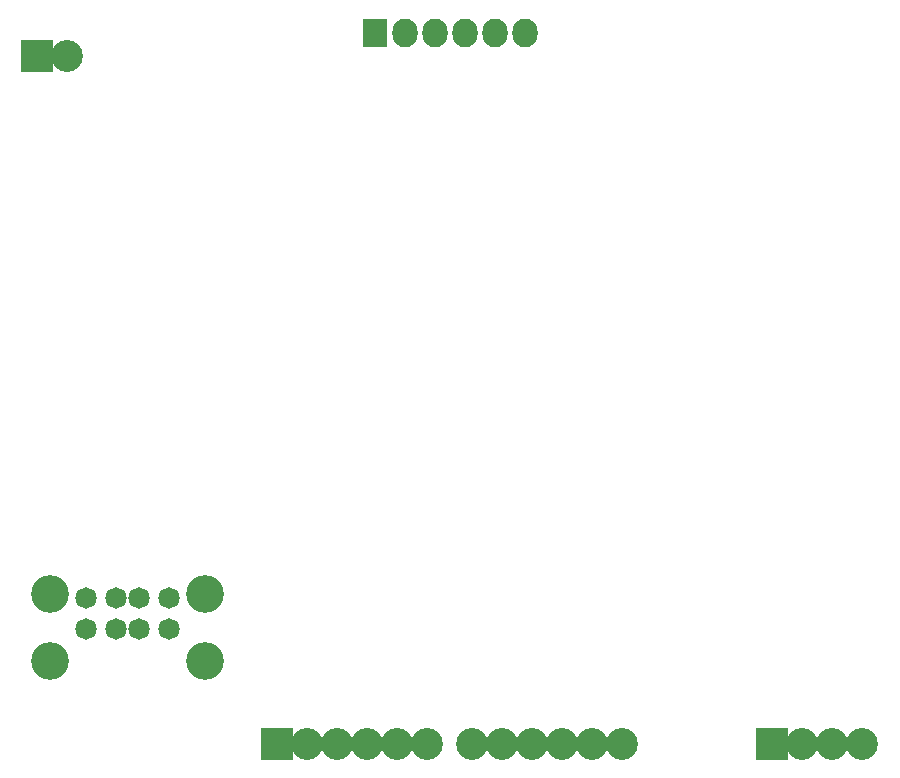
<source format=gbs>
G04 #@! TF.FileFunction,Soldermask,Bot*
%FSLAX46Y46*%
G04 Gerber Fmt 4.6, Leading zero omitted, Abs format (unit mm)*
G04 Created by KiCad (PCBNEW 4.0.7) date Sun Dec 10 04:28:40 2017*
%MOMM*%
%LPD*%
G01*
G04 APERTURE LIST*
%ADD10C,0.127000*%
%ADD11C,2.700000*%
%ADD12R,2.700000X2.700000*%
%ADD13R,2.127200X2.432000*%
%ADD14O,2.127200X2.432000*%
%ADD15C,1.820000*%
%ADD16C,3.200000*%
G04 APERTURE END LIST*
D10*
D11*
X49530000Y7155000D03*
X44450000Y7155000D03*
X41910000Y7155000D03*
X46990000Y7155000D03*
X52070000Y7155000D03*
X54610000Y7155000D03*
X38100000Y7155000D03*
X35560000Y7155000D03*
X33020000Y7155000D03*
X30480000Y7155000D03*
X27940000Y7155000D03*
D12*
X25400000Y7155000D03*
X25400000Y7155000D03*
D11*
X27940000Y7155000D03*
X30480000Y7155000D03*
X33020000Y7155000D03*
X35560000Y7155000D03*
X38100000Y7155000D03*
D13*
X33655000Y67310000D03*
D14*
X36195000Y67310000D03*
X38735000Y67310000D03*
X41275000Y67310000D03*
X43815000Y67310000D03*
X46355000Y67310000D03*
D12*
X5080000Y65405000D03*
D11*
X7620000Y65405000D03*
D12*
X67310000Y7155000D03*
D11*
X69850000Y7155000D03*
X72390000Y7155000D03*
X74930000Y7155000D03*
D15*
X9200000Y19440005D03*
X11700000Y19440005D03*
X13700000Y19440005D03*
X16200000Y19440005D03*
X9200000Y16820005D03*
X11700000Y16820005D03*
X13700000Y16820005D03*
X16200000Y16820005D03*
D16*
X19270000Y14110005D03*
X19270000Y19790005D03*
X6130000Y19790005D03*
X6130000Y14110005D03*
M02*

</source>
